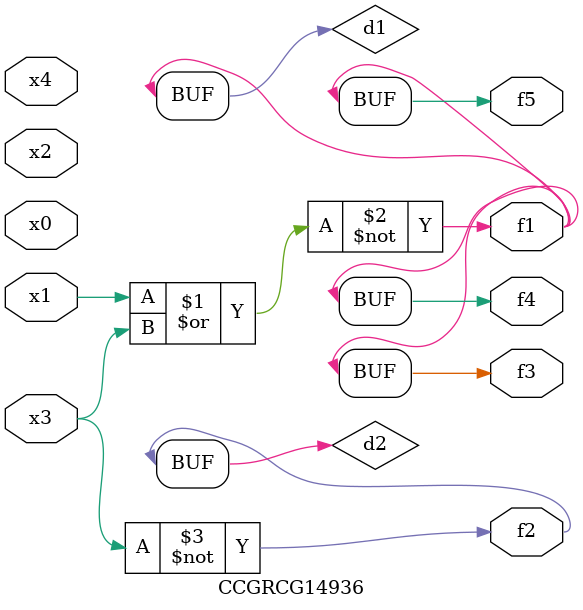
<source format=v>
module CCGRCG14936(
	input x0, x1, x2, x3, x4,
	output f1, f2, f3, f4, f5
);

	wire d1, d2;

	nor (d1, x1, x3);
	not (d2, x3);
	assign f1 = d1;
	assign f2 = d2;
	assign f3 = d1;
	assign f4 = d1;
	assign f5 = d1;
endmodule

</source>
